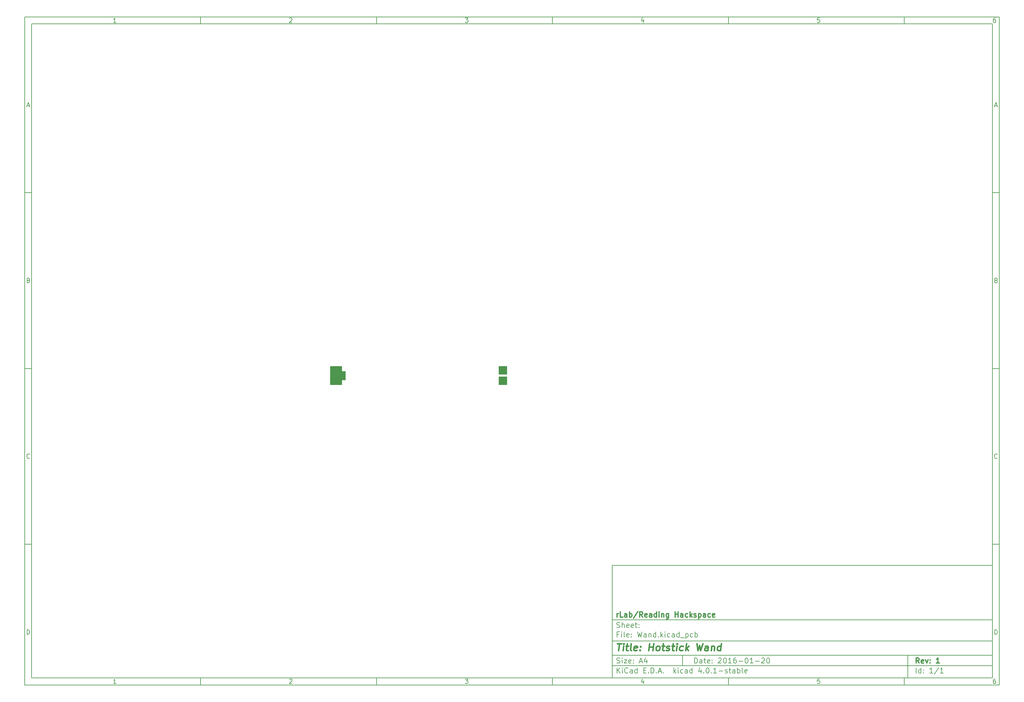
<source format=gbr>
G04 #@! TF.FileFunction,Soldermask,Bot*
%FSLAX46Y46*%
G04 Gerber Fmt 4.6, Leading zero omitted, Abs format (unit mm)*
G04 Created by KiCad (PCBNEW 4.0.1-stable) date 29/01/2016 19:20:18*
%MOMM*%
G01*
G04 APERTURE LIST*
%ADD10C,0.100000*%
%ADD11C,0.150000*%
%ADD12C,0.300000*%
%ADD13C,0.400000*%
%ADD14R,2.400000X2.400000*%
%ADD15R,3.400000X1.600000*%
%ADD16R,4.400000X2.600000*%
G04 APERTURE END LIST*
D10*
D11*
X177002200Y-166007200D02*
X177002200Y-198007200D01*
X285002200Y-198007200D01*
X285002200Y-166007200D01*
X177002200Y-166007200D01*
D10*
D11*
X10000000Y-10000000D02*
X10000000Y-200007200D01*
X287002200Y-200007200D01*
X287002200Y-10000000D01*
X10000000Y-10000000D01*
D10*
D11*
X12000000Y-12000000D02*
X12000000Y-198007200D01*
X285002200Y-198007200D01*
X285002200Y-12000000D01*
X12000000Y-12000000D01*
D10*
D11*
X60000000Y-12000000D02*
X60000000Y-10000000D01*
D10*
D11*
X110000000Y-12000000D02*
X110000000Y-10000000D01*
D10*
D11*
X160000000Y-12000000D02*
X160000000Y-10000000D01*
D10*
D11*
X210000000Y-12000000D02*
X210000000Y-10000000D01*
D10*
D11*
X260000000Y-12000000D02*
X260000000Y-10000000D01*
D10*
D11*
X35990476Y-11588095D02*
X35247619Y-11588095D01*
X35619048Y-11588095D02*
X35619048Y-10288095D01*
X35495238Y-10473810D01*
X35371429Y-10597619D01*
X35247619Y-10659524D01*
D10*
D11*
X85247619Y-10411905D02*
X85309524Y-10350000D01*
X85433333Y-10288095D01*
X85742857Y-10288095D01*
X85866667Y-10350000D01*
X85928571Y-10411905D01*
X85990476Y-10535714D01*
X85990476Y-10659524D01*
X85928571Y-10845238D01*
X85185714Y-11588095D01*
X85990476Y-11588095D01*
D10*
D11*
X135185714Y-10288095D02*
X135990476Y-10288095D01*
X135557143Y-10783333D01*
X135742857Y-10783333D01*
X135866667Y-10845238D01*
X135928571Y-10907143D01*
X135990476Y-11030952D01*
X135990476Y-11340476D01*
X135928571Y-11464286D01*
X135866667Y-11526190D01*
X135742857Y-11588095D01*
X135371429Y-11588095D01*
X135247619Y-11526190D01*
X135185714Y-11464286D01*
D10*
D11*
X185866667Y-10721429D02*
X185866667Y-11588095D01*
X185557143Y-10226190D02*
X185247619Y-11154762D01*
X186052381Y-11154762D01*
D10*
D11*
X235928571Y-10288095D02*
X235309524Y-10288095D01*
X235247619Y-10907143D01*
X235309524Y-10845238D01*
X235433333Y-10783333D01*
X235742857Y-10783333D01*
X235866667Y-10845238D01*
X235928571Y-10907143D01*
X235990476Y-11030952D01*
X235990476Y-11340476D01*
X235928571Y-11464286D01*
X235866667Y-11526190D01*
X235742857Y-11588095D01*
X235433333Y-11588095D01*
X235309524Y-11526190D01*
X235247619Y-11464286D01*
D10*
D11*
X285866667Y-10288095D02*
X285619048Y-10288095D01*
X285495238Y-10350000D01*
X285433333Y-10411905D01*
X285309524Y-10597619D01*
X285247619Y-10845238D01*
X285247619Y-11340476D01*
X285309524Y-11464286D01*
X285371429Y-11526190D01*
X285495238Y-11588095D01*
X285742857Y-11588095D01*
X285866667Y-11526190D01*
X285928571Y-11464286D01*
X285990476Y-11340476D01*
X285990476Y-11030952D01*
X285928571Y-10907143D01*
X285866667Y-10845238D01*
X285742857Y-10783333D01*
X285495238Y-10783333D01*
X285371429Y-10845238D01*
X285309524Y-10907143D01*
X285247619Y-11030952D01*
D10*
D11*
X60000000Y-198007200D02*
X60000000Y-200007200D01*
D10*
D11*
X110000000Y-198007200D02*
X110000000Y-200007200D01*
D10*
D11*
X160000000Y-198007200D02*
X160000000Y-200007200D01*
D10*
D11*
X210000000Y-198007200D02*
X210000000Y-200007200D01*
D10*
D11*
X260000000Y-198007200D02*
X260000000Y-200007200D01*
D10*
D11*
X35990476Y-199595295D02*
X35247619Y-199595295D01*
X35619048Y-199595295D02*
X35619048Y-198295295D01*
X35495238Y-198481010D01*
X35371429Y-198604819D01*
X35247619Y-198666724D01*
D10*
D11*
X85247619Y-198419105D02*
X85309524Y-198357200D01*
X85433333Y-198295295D01*
X85742857Y-198295295D01*
X85866667Y-198357200D01*
X85928571Y-198419105D01*
X85990476Y-198542914D01*
X85990476Y-198666724D01*
X85928571Y-198852438D01*
X85185714Y-199595295D01*
X85990476Y-199595295D01*
D10*
D11*
X135185714Y-198295295D02*
X135990476Y-198295295D01*
X135557143Y-198790533D01*
X135742857Y-198790533D01*
X135866667Y-198852438D01*
X135928571Y-198914343D01*
X135990476Y-199038152D01*
X135990476Y-199347676D01*
X135928571Y-199471486D01*
X135866667Y-199533390D01*
X135742857Y-199595295D01*
X135371429Y-199595295D01*
X135247619Y-199533390D01*
X135185714Y-199471486D01*
D10*
D11*
X185866667Y-198728629D02*
X185866667Y-199595295D01*
X185557143Y-198233390D02*
X185247619Y-199161962D01*
X186052381Y-199161962D01*
D10*
D11*
X235928571Y-198295295D02*
X235309524Y-198295295D01*
X235247619Y-198914343D01*
X235309524Y-198852438D01*
X235433333Y-198790533D01*
X235742857Y-198790533D01*
X235866667Y-198852438D01*
X235928571Y-198914343D01*
X235990476Y-199038152D01*
X235990476Y-199347676D01*
X235928571Y-199471486D01*
X235866667Y-199533390D01*
X235742857Y-199595295D01*
X235433333Y-199595295D01*
X235309524Y-199533390D01*
X235247619Y-199471486D01*
D10*
D11*
X285866667Y-198295295D02*
X285619048Y-198295295D01*
X285495238Y-198357200D01*
X285433333Y-198419105D01*
X285309524Y-198604819D01*
X285247619Y-198852438D01*
X285247619Y-199347676D01*
X285309524Y-199471486D01*
X285371429Y-199533390D01*
X285495238Y-199595295D01*
X285742857Y-199595295D01*
X285866667Y-199533390D01*
X285928571Y-199471486D01*
X285990476Y-199347676D01*
X285990476Y-199038152D01*
X285928571Y-198914343D01*
X285866667Y-198852438D01*
X285742857Y-198790533D01*
X285495238Y-198790533D01*
X285371429Y-198852438D01*
X285309524Y-198914343D01*
X285247619Y-199038152D01*
D10*
D11*
X10000000Y-60000000D02*
X12000000Y-60000000D01*
D10*
D11*
X10000000Y-110000000D02*
X12000000Y-110000000D01*
D10*
D11*
X10000000Y-160000000D02*
X12000000Y-160000000D01*
D10*
D11*
X10690476Y-35216667D02*
X11309524Y-35216667D01*
X10566667Y-35588095D02*
X11000000Y-34288095D01*
X11433333Y-35588095D01*
D10*
D11*
X11092857Y-84907143D02*
X11278571Y-84969048D01*
X11340476Y-85030952D01*
X11402381Y-85154762D01*
X11402381Y-85340476D01*
X11340476Y-85464286D01*
X11278571Y-85526190D01*
X11154762Y-85588095D01*
X10659524Y-85588095D01*
X10659524Y-84288095D01*
X11092857Y-84288095D01*
X11216667Y-84350000D01*
X11278571Y-84411905D01*
X11340476Y-84535714D01*
X11340476Y-84659524D01*
X11278571Y-84783333D01*
X11216667Y-84845238D01*
X11092857Y-84907143D01*
X10659524Y-84907143D01*
D10*
D11*
X11402381Y-135464286D02*
X11340476Y-135526190D01*
X11154762Y-135588095D01*
X11030952Y-135588095D01*
X10845238Y-135526190D01*
X10721429Y-135402381D01*
X10659524Y-135278571D01*
X10597619Y-135030952D01*
X10597619Y-134845238D01*
X10659524Y-134597619D01*
X10721429Y-134473810D01*
X10845238Y-134350000D01*
X11030952Y-134288095D01*
X11154762Y-134288095D01*
X11340476Y-134350000D01*
X11402381Y-134411905D01*
D10*
D11*
X10659524Y-185588095D02*
X10659524Y-184288095D01*
X10969048Y-184288095D01*
X11154762Y-184350000D01*
X11278571Y-184473810D01*
X11340476Y-184597619D01*
X11402381Y-184845238D01*
X11402381Y-185030952D01*
X11340476Y-185278571D01*
X11278571Y-185402381D01*
X11154762Y-185526190D01*
X10969048Y-185588095D01*
X10659524Y-185588095D01*
D10*
D11*
X287002200Y-60000000D02*
X285002200Y-60000000D01*
D10*
D11*
X287002200Y-110000000D02*
X285002200Y-110000000D01*
D10*
D11*
X287002200Y-160000000D02*
X285002200Y-160000000D01*
D10*
D11*
X285692676Y-35216667D02*
X286311724Y-35216667D01*
X285568867Y-35588095D02*
X286002200Y-34288095D01*
X286435533Y-35588095D01*
D10*
D11*
X286095057Y-84907143D02*
X286280771Y-84969048D01*
X286342676Y-85030952D01*
X286404581Y-85154762D01*
X286404581Y-85340476D01*
X286342676Y-85464286D01*
X286280771Y-85526190D01*
X286156962Y-85588095D01*
X285661724Y-85588095D01*
X285661724Y-84288095D01*
X286095057Y-84288095D01*
X286218867Y-84350000D01*
X286280771Y-84411905D01*
X286342676Y-84535714D01*
X286342676Y-84659524D01*
X286280771Y-84783333D01*
X286218867Y-84845238D01*
X286095057Y-84907143D01*
X285661724Y-84907143D01*
D10*
D11*
X286404581Y-135464286D02*
X286342676Y-135526190D01*
X286156962Y-135588095D01*
X286033152Y-135588095D01*
X285847438Y-135526190D01*
X285723629Y-135402381D01*
X285661724Y-135278571D01*
X285599819Y-135030952D01*
X285599819Y-134845238D01*
X285661724Y-134597619D01*
X285723629Y-134473810D01*
X285847438Y-134350000D01*
X286033152Y-134288095D01*
X286156962Y-134288095D01*
X286342676Y-134350000D01*
X286404581Y-134411905D01*
D10*
D11*
X285661724Y-185588095D02*
X285661724Y-184288095D01*
X285971248Y-184288095D01*
X286156962Y-184350000D01*
X286280771Y-184473810D01*
X286342676Y-184597619D01*
X286404581Y-184845238D01*
X286404581Y-185030952D01*
X286342676Y-185278571D01*
X286280771Y-185402381D01*
X286156962Y-185526190D01*
X285971248Y-185588095D01*
X285661724Y-185588095D01*
D10*
D11*
X200359343Y-193785771D02*
X200359343Y-192285771D01*
X200716486Y-192285771D01*
X200930771Y-192357200D01*
X201073629Y-192500057D01*
X201145057Y-192642914D01*
X201216486Y-192928629D01*
X201216486Y-193142914D01*
X201145057Y-193428629D01*
X201073629Y-193571486D01*
X200930771Y-193714343D01*
X200716486Y-193785771D01*
X200359343Y-193785771D01*
X202502200Y-193785771D02*
X202502200Y-193000057D01*
X202430771Y-192857200D01*
X202287914Y-192785771D01*
X202002200Y-192785771D01*
X201859343Y-192857200D01*
X202502200Y-193714343D02*
X202359343Y-193785771D01*
X202002200Y-193785771D01*
X201859343Y-193714343D01*
X201787914Y-193571486D01*
X201787914Y-193428629D01*
X201859343Y-193285771D01*
X202002200Y-193214343D01*
X202359343Y-193214343D01*
X202502200Y-193142914D01*
X203002200Y-192785771D02*
X203573629Y-192785771D01*
X203216486Y-192285771D02*
X203216486Y-193571486D01*
X203287914Y-193714343D01*
X203430772Y-193785771D01*
X203573629Y-193785771D01*
X204645057Y-193714343D02*
X204502200Y-193785771D01*
X204216486Y-193785771D01*
X204073629Y-193714343D01*
X204002200Y-193571486D01*
X204002200Y-193000057D01*
X204073629Y-192857200D01*
X204216486Y-192785771D01*
X204502200Y-192785771D01*
X204645057Y-192857200D01*
X204716486Y-193000057D01*
X204716486Y-193142914D01*
X204002200Y-193285771D01*
X205359343Y-193642914D02*
X205430771Y-193714343D01*
X205359343Y-193785771D01*
X205287914Y-193714343D01*
X205359343Y-193642914D01*
X205359343Y-193785771D01*
X205359343Y-192857200D02*
X205430771Y-192928629D01*
X205359343Y-193000057D01*
X205287914Y-192928629D01*
X205359343Y-192857200D01*
X205359343Y-193000057D01*
X207145057Y-192428629D02*
X207216486Y-192357200D01*
X207359343Y-192285771D01*
X207716486Y-192285771D01*
X207859343Y-192357200D01*
X207930772Y-192428629D01*
X208002200Y-192571486D01*
X208002200Y-192714343D01*
X207930772Y-192928629D01*
X207073629Y-193785771D01*
X208002200Y-193785771D01*
X208930771Y-192285771D02*
X209073628Y-192285771D01*
X209216485Y-192357200D01*
X209287914Y-192428629D01*
X209359343Y-192571486D01*
X209430771Y-192857200D01*
X209430771Y-193214343D01*
X209359343Y-193500057D01*
X209287914Y-193642914D01*
X209216485Y-193714343D01*
X209073628Y-193785771D01*
X208930771Y-193785771D01*
X208787914Y-193714343D01*
X208716485Y-193642914D01*
X208645057Y-193500057D01*
X208573628Y-193214343D01*
X208573628Y-192857200D01*
X208645057Y-192571486D01*
X208716485Y-192428629D01*
X208787914Y-192357200D01*
X208930771Y-192285771D01*
X210859342Y-193785771D02*
X210002199Y-193785771D01*
X210430771Y-193785771D02*
X210430771Y-192285771D01*
X210287914Y-192500057D01*
X210145056Y-192642914D01*
X210002199Y-192714343D01*
X212145056Y-192285771D02*
X211859342Y-192285771D01*
X211716485Y-192357200D01*
X211645056Y-192428629D01*
X211502199Y-192642914D01*
X211430770Y-192928629D01*
X211430770Y-193500057D01*
X211502199Y-193642914D01*
X211573627Y-193714343D01*
X211716485Y-193785771D01*
X212002199Y-193785771D01*
X212145056Y-193714343D01*
X212216485Y-193642914D01*
X212287913Y-193500057D01*
X212287913Y-193142914D01*
X212216485Y-193000057D01*
X212145056Y-192928629D01*
X212002199Y-192857200D01*
X211716485Y-192857200D01*
X211573627Y-192928629D01*
X211502199Y-193000057D01*
X211430770Y-193142914D01*
X212930770Y-193214343D02*
X214073627Y-193214343D01*
X215073627Y-192285771D02*
X215216484Y-192285771D01*
X215359341Y-192357200D01*
X215430770Y-192428629D01*
X215502199Y-192571486D01*
X215573627Y-192857200D01*
X215573627Y-193214343D01*
X215502199Y-193500057D01*
X215430770Y-193642914D01*
X215359341Y-193714343D01*
X215216484Y-193785771D01*
X215073627Y-193785771D01*
X214930770Y-193714343D01*
X214859341Y-193642914D01*
X214787913Y-193500057D01*
X214716484Y-193214343D01*
X214716484Y-192857200D01*
X214787913Y-192571486D01*
X214859341Y-192428629D01*
X214930770Y-192357200D01*
X215073627Y-192285771D01*
X217002198Y-193785771D02*
X216145055Y-193785771D01*
X216573627Y-193785771D02*
X216573627Y-192285771D01*
X216430770Y-192500057D01*
X216287912Y-192642914D01*
X216145055Y-192714343D01*
X217645055Y-193214343D02*
X218787912Y-193214343D01*
X219430769Y-192428629D02*
X219502198Y-192357200D01*
X219645055Y-192285771D01*
X220002198Y-192285771D01*
X220145055Y-192357200D01*
X220216484Y-192428629D01*
X220287912Y-192571486D01*
X220287912Y-192714343D01*
X220216484Y-192928629D01*
X219359341Y-193785771D01*
X220287912Y-193785771D01*
X221216483Y-192285771D02*
X221359340Y-192285771D01*
X221502197Y-192357200D01*
X221573626Y-192428629D01*
X221645055Y-192571486D01*
X221716483Y-192857200D01*
X221716483Y-193214343D01*
X221645055Y-193500057D01*
X221573626Y-193642914D01*
X221502197Y-193714343D01*
X221359340Y-193785771D01*
X221216483Y-193785771D01*
X221073626Y-193714343D01*
X221002197Y-193642914D01*
X220930769Y-193500057D01*
X220859340Y-193214343D01*
X220859340Y-192857200D01*
X220930769Y-192571486D01*
X221002197Y-192428629D01*
X221073626Y-192357200D01*
X221216483Y-192285771D01*
D10*
D11*
X177002200Y-194507200D02*
X285002200Y-194507200D01*
D10*
D11*
X178359343Y-196585771D02*
X178359343Y-195085771D01*
X179216486Y-196585771D02*
X178573629Y-195728629D01*
X179216486Y-195085771D02*
X178359343Y-195942914D01*
X179859343Y-196585771D02*
X179859343Y-195585771D01*
X179859343Y-195085771D02*
X179787914Y-195157200D01*
X179859343Y-195228629D01*
X179930771Y-195157200D01*
X179859343Y-195085771D01*
X179859343Y-195228629D01*
X181430772Y-196442914D02*
X181359343Y-196514343D01*
X181145057Y-196585771D01*
X181002200Y-196585771D01*
X180787915Y-196514343D01*
X180645057Y-196371486D01*
X180573629Y-196228629D01*
X180502200Y-195942914D01*
X180502200Y-195728629D01*
X180573629Y-195442914D01*
X180645057Y-195300057D01*
X180787915Y-195157200D01*
X181002200Y-195085771D01*
X181145057Y-195085771D01*
X181359343Y-195157200D01*
X181430772Y-195228629D01*
X182716486Y-196585771D02*
X182716486Y-195800057D01*
X182645057Y-195657200D01*
X182502200Y-195585771D01*
X182216486Y-195585771D01*
X182073629Y-195657200D01*
X182716486Y-196514343D02*
X182573629Y-196585771D01*
X182216486Y-196585771D01*
X182073629Y-196514343D01*
X182002200Y-196371486D01*
X182002200Y-196228629D01*
X182073629Y-196085771D01*
X182216486Y-196014343D01*
X182573629Y-196014343D01*
X182716486Y-195942914D01*
X184073629Y-196585771D02*
X184073629Y-195085771D01*
X184073629Y-196514343D02*
X183930772Y-196585771D01*
X183645058Y-196585771D01*
X183502200Y-196514343D01*
X183430772Y-196442914D01*
X183359343Y-196300057D01*
X183359343Y-195871486D01*
X183430772Y-195728629D01*
X183502200Y-195657200D01*
X183645058Y-195585771D01*
X183930772Y-195585771D01*
X184073629Y-195657200D01*
X185930772Y-195800057D02*
X186430772Y-195800057D01*
X186645058Y-196585771D02*
X185930772Y-196585771D01*
X185930772Y-195085771D01*
X186645058Y-195085771D01*
X187287915Y-196442914D02*
X187359343Y-196514343D01*
X187287915Y-196585771D01*
X187216486Y-196514343D01*
X187287915Y-196442914D01*
X187287915Y-196585771D01*
X188002201Y-196585771D02*
X188002201Y-195085771D01*
X188359344Y-195085771D01*
X188573629Y-195157200D01*
X188716487Y-195300057D01*
X188787915Y-195442914D01*
X188859344Y-195728629D01*
X188859344Y-195942914D01*
X188787915Y-196228629D01*
X188716487Y-196371486D01*
X188573629Y-196514343D01*
X188359344Y-196585771D01*
X188002201Y-196585771D01*
X189502201Y-196442914D02*
X189573629Y-196514343D01*
X189502201Y-196585771D01*
X189430772Y-196514343D01*
X189502201Y-196442914D01*
X189502201Y-196585771D01*
X190145058Y-196157200D02*
X190859344Y-196157200D01*
X190002201Y-196585771D02*
X190502201Y-195085771D01*
X191002201Y-196585771D01*
X191502201Y-196442914D02*
X191573629Y-196514343D01*
X191502201Y-196585771D01*
X191430772Y-196514343D01*
X191502201Y-196442914D01*
X191502201Y-196585771D01*
X194502201Y-196585771D02*
X194502201Y-195085771D01*
X194645058Y-196014343D02*
X195073629Y-196585771D01*
X195073629Y-195585771D02*
X194502201Y-196157200D01*
X195716487Y-196585771D02*
X195716487Y-195585771D01*
X195716487Y-195085771D02*
X195645058Y-195157200D01*
X195716487Y-195228629D01*
X195787915Y-195157200D01*
X195716487Y-195085771D01*
X195716487Y-195228629D01*
X197073630Y-196514343D02*
X196930773Y-196585771D01*
X196645059Y-196585771D01*
X196502201Y-196514343D01*
X196430773Y-196442914D01*
X196359344Y-196300057D01*
X196359344Y-195871486D01*
X196430773Y-195728629D01*
X196502201Y-195657200D01*
X196645059Y-195585771D01*
X196930773Y-195585771D01*
X197073630Y-195657200D01*
X198359344Y-196585771D02*
X198359344Y-195800057D01*
X198287915Y-195657200D01*
X198145058Y-195585771D01*
X197859344Y-195585771D01*
X197716487Y-195657200D01*
X198359344Y-196514343D02*
X198216487Y-196585771D01*
X197859344Y-196585771D01*
X197716487Y-196514343D01*
X197645058Y-196371486D01*
X197645058Y-196228629D01*
X197716487Y-196085771D01*
X197859344Y-196014343D01*
X198216487Y-196014343D01*
X198359344Y-195942914D01*
X199716487Y-196585771D02*
X199716487Y-195085771D01*
X199716487Y-196514343D02*
X199573630Y-196585771D01*
X199287916Y-196585771D01*
X199145058Y-196514343D01*
X199073630Y-196442914D01*
X199002201Y-196300057D01*
X199002201Y-195871486D01*
X199073630Y-195728629D01*
X199145058Y-195657200D01*
X199287916Y-195585771D01*
X199573630Y-195585771D01*
X199716487Y-195657200D01*
X202216487Y-195585771D02*
X202216487Y-196585771D01*
X201859344Y-195014343D02*
X201502201Y-196085771D01*
X202430773Y-196085771D01*
X203002201Y-196442914D02*
X203073629Y-196514343D01*
X203002201Y-196585771D01*
X202930772Y-196514343D01*
X203002201Y-196442914D01*
X203002201Y-196585771D01*
X204002201Y-195085771D02*
X204145058Y-195085771D01*
X204287915Y-195157200D01*
X204359344Y-195228629D01*
X204430773Y-195371486D01*
X204502201Y-195657200D01*
X204502201Y-196014343D01*
X204430773Y-196300057D01*
X204359344Y-196442914D01*
X204287915Y-196514343D01*
X204145058Y-196585771D01*
X204002201Y-196585771D01*
X203859344Y-196514343D01*
X203787915Y-196442914D01*
X203716487Y-196300057D01*
X203645058Y-196014343D01*
X203645058Y-195657200D01*
X203716487Y-195371486D01*
X203787915Y-195228629D01*
X203859344Y-195157200D01*
X204002201Y-195085771D01*
X205145058Y-196442914D02*
X205216486Y-196514343D01*
X205145058Y-196585771D01*
X205073629Y-196514343D01*
X205145058Y-196442914D01*
X205145058Y-196585771D01*
X206645058Y-196585771D02*
X205787915Y-196585771D01*
X206216487Y-196585771D02*
X206216487Y-195085771D01*
X206073630Y-195300057D01*
X205930772Y-195442914D01*
X205787915Y-195514343D01*
X207287915Y-196014343D02*
X208430772Y-196014343D01*
X209073629Y-196514343D02*
X209216486Y-196585771D01*
X209502201Y-196585771D01*
X209645058Y-196514343D01*
X209716486Y-196371486D01*
X209716486Y-196300057D01*
X209645058Y-196157200D01*
X209502201Y-196085771D01*
X209287915Y-196085771D01*
X209145058Y-196014343D01*
X209073629Y-195871486D01*
X209073629Y-195800057D01*
X209145058Y-195657200D01*
X209287915Y-195585771D01*
X209502201Y-195585771D01*
X209645058Y-195657200D01*
X210145058Y-195585771D02*
X210716487Y-195585771D01*
X210359344Y-195085771D02*
X210359344Y-196371486D01*
X210430772Y-196514343D01*
X210573630Y-196585771D01*
X210716487Y-196585771D01*
X211859344Y-196585771D02*
X211859344Y-195800057D01*
X211787915Y-195657200D01*
X211645058Y-195585771D01*
X211359344Y-195585771D01*
X211216487Y-195657200D01*
X211859344Y-196514343D02*
X211716487Y-196585771D01*
X211359344Y-196585771D01*
X211216487Y-196514343D01*
X211145058Y-196371486D01*
X211145058Y-196228629D01*
X211216487Y-196085771D01*
X211359344Y-196014343D01*
X211716487Y-196014343D01*
X211859344Y-195942914D01*
X212573630Y-196585771D02*
X212573630Y-195085771D01*
X212573630Y-195657200D02*
X212716487Y-195585771D01*
X213002201Y-195585771D01*
X213145058Y-195657200D01*
X213216487Y-195728629D01*
X213287916Y-195871486D01*
X213287916Y-196300057D01*
X213216487Y-196442914D01*
X213145058Y-196514343D01*
X213002201Y-196585771D01*
X212716487Y-196585771D01*
X212573630Y-196514343D01*
X214145059Y-196585771D02*
X214002201Y-196514343D01*
X213930773Y-196371486D01*
X213930773Y-195085771D01*
X215287915Y-196514343D02*
X215145058Y-196585771D01*
X214859344Y-196585771D01*
X214716487Y-196514343D01*
X214645058Y-196371486D01*
X214645058Y-195800057D01*
X214716487Y-195657200D01*
X214859344Y-195585771D01*
X215145058Y-195585771D01*
X215287915Y-195657200D01*
X215359344Y-195800057D01*
X215359344Y-195942914D01*
X214645058Y-196085771D01*
D10*
D11*
X177002200Y-191507200D02*
X285002200Y-191507200D01*
D10*
D12*
X264216486Y-193785771D02*
X263716486Y-193071486D01*
X263359343Y-193785771D02*
X263359343Y-192285771D01*
X263930771Y-192285771D01*
X264073629Y-192357200D01*
X264145057Y-192428629D01*
X264216486Y-192571486D01*
X264216486Y-192785771D01*
X264145057Y-192928629D01*
X264073629Y-193000057D01*
X263930771Y-193071486D01*
X263359343Y-193071486D01*
X265430771Y-193714343D02*
X265287914Y-193785771D01*
X265002200Y-193785771D01*
X264859343Y-193714343D01*
X264787914Y-193571486D01*
X264787914Y-193000057D01*
X264859343Y-192857200D01*
X265002200Y-192785771D01*
X265287914Y-192785771D01*
X265430771Y-192857200D01*
X265502200Y-193000057D01*
X265502200Y-193142914D01*
X264787914Y-193285771D01*
X266002200Y-192785771D02*
X266359343Y-193785771D01*
X266716485Y-192785771D01*
X267287914Y-193642914D02*
X267359342Y-193714343D01*
X267287914Y-193785771D01*
X267216485Y-193714343D01*
X267287914Y-193642914D01*
X267287914Y-193785771D01*
X267287914Y-192857200D02*
X267359342Y-192928629D01*
X267287914Y-193000057D01*
X267216485Y-192928629D01*
X267287914Y-192857200D01*
X267287914Y-193000057D01*
X269930771Y-193785771D02*
X269073628Y-193785771D01*
X269502200Y-193785771D02*
X269502200Y-192285771D01*
X269359343Y-192500057D01*
X269216485Y-192642914D01*
X269073628Y-192714343D01*
D10*
D11*
X178287914Y-193714343D02*
X178502200Y-193785771D01*
X178859343Y-193785771D01*
X179002200Y-193714343D01*
X179073629Y-193642914D01*
X179145057Y-193500057D01*
X179145057Y-193357200D01*
X179073629Y-193214343D01*
X179002200Y-193142914D01*
X178859343Y-193071486D01*
X178573629Y-193000057D01*
X178430771Y-192928629D01*
X178359343Y-192857200D01*
X178287914Y-192714343D01*
X178287914Y-192571486D01*
X178359343Y-192428629D01*
X178430771Y-192357200D01*
X178573629Y-192285771D01*
X178930771Y-192285771D01*
X179145057Y-192357200D01*
X179787914Y-193785771D02*
X179787914Y-192785771D01*
X179787914Y-192285771D02*
X179716485Y-192357200D01*
X179787914Y-192428629D01*
X179859342Y-192357200D01*
X179787914Y-192285771D01*
X179787914Y-192428629D01*
X180359343Y-192785771D02*
X181145057Y-192785771D01*
X180359343Y-193785771D01*
X181145057Y-193785771D01*
X182287914Y-193714343D02*
X182145057Y-193785771D01*
X181859343Y-193785771D01*
X181716486Y-193714343D01*
X181645057Y-193571486D01*
X181645057Y-193000057D01*
X181716486Y-192857200D01*
X181859343Y-192785771D01*
X182145057Y-192785771D01*
X182287914Y-192857200D01*
X182359343Y-193000057D01*
X182359343Y-193142914D01*
X181645057Y-193285771D01*
X183002200Y-193642914D02*
X183073628Y-193714343D01*
X183002200Y-193785771D01*
X182930771Y-193714343D01*
X183002200Y-193642914D01*
X183002200Y-193785771D01*
X183002200Y-192857200D02*
X183073628Y-192928629D01*
X183002200Y-193000057D01*
X182930771Y-192928629D01*
X183002200Y-192857200D01*
X183002200Y-193000057D01*
X184787914Y-193357200D02*
X185502200Y-193357200D01*
X184645057Y-193785771D02*
X185145057Y-192285771D01*
X185645057Y-193785771D01*
X186787914Y-192785771D02*
X186787914Y-193785771D01*
X186430771Y-192214343D02*
X186073628Y-193285771D01*
X187002200Y-193285771D01*
D10*
D11*
X263359343Y-196585771D02*
X263359343Y-195085771D01*
X264716486Y-196585771D02*
X264716486Y-195085771D01*
X264716486Y-196514343D02*
X264573629Y-196585771D01*
X264287915Y-196585771D01*
X264145057Y-196514343D01*
X264073629Y-196442914D01*
X264002200Y-196300057D01*
X264002200Y-195871486D01*
X264073629Y-195728629D01*
X264145057Y-195657200D01*
X264287915Y-195585771D01*
X264573629Y-195585771D01*
X264716486Y-195657200D01*
X265430772Y-196442914D02*
X265502200Y-196514343D01*
X265430772Y-196585771D01*
X265359343Y-196514343D01*
X265430772Y-196442914D01*
X265430772Y-196585771D01*
X265430772Y-195657200D02*
X265502200Y-195728629D01*
X265430772Y-195800057D01*
X265359343Y-195728629D01*
X265430772Y-195657200D01*
X265430772Y-195800057D01*
X268073629Y-196585771D02*
X267216486Y-196585771D01*
X267645058Y-196585771D02*
X267645058Y-195085771D01*
X267502201Y-195300057D01*
X267359343Y-195442914D01*
X267216486Y-195514343D01*
X269787914Y-195014343D02*
X268502200Y-196942914D01*
X271073629Y-196585771D02*
X270216486Y-196585771D01*
X270645058Y-196585771D02*
X270645058Y-195085771D01*
X270502201Y-195300057D01*
X270359343Y-195442914D01*
X270216486Y-195514343D01*
D10*
D11*
X177002200Y-187507200D02*
X285002200Y-187507200D01*
D10*
D13*
X178454581Y-188211962D02*
X179597438Y-188211962D01*
X178776010Y-190211962D02*
X179026010Y-188211962D01*
X180014105Y-190211962D02*
X180180771Y-188878629D01*
X180264105Y-188211962D02*
X180156962Y-188307200D01*
X180240295Y-188402438D01*
X180347439Y-188307200D01*
X180264105Y-188211962D01*
X180240295Y-188402438D01*
X180847438Y-188878629D02*
X181609343Y-188878629D01*
X181216486Y-188211962D02*
X181002200Y-189926248D01*
X181073630Y-190116724D01*
X181252201Y-190211962D01*
X181442677Y-190211962D01*
X182395058Y-190211962D02*
X182216487Y-190116724D01*
X182145057Y-189926248D01*
X182359343Y-188211962D01*
X183930772Y-190116724D02*
X183728391Y-190211962D01*
X183347439Y-190211962D01*
X183168867Y-190116724D01*
X183097438Y-189926248D01*
X183192676Y-189164343D01*
X183311724Y-188973867D01*
X183514105Y-188878629D01*
X183895057Y-188878629D01*
X184073629Y-188973867D01*
X184145057Y-189164343D01*
X184121248Y-189354819D01*
X183145057Y-189545295D01*
X184895057Y-190021486D02*
X184978392Y-190116724D01*
X184871248Y-190211962D01*
X184787915Y-190116724D01*
X184895057Y-190021486D01*
X184871248Y-190211962D01*
X185026010Y-188973867D02*
X185109344Y-189069105D01*
X185002200Y-189164343D01*
X184918867Y-189069105D01*
X185026010Y-188973867D01*
X185002200Y-189164343D01*
X187347439Y-190211962D02*
X187597439Y-188211962D01*
X187478391Y-189164343D02*
X188621249Y-189164343D01*
X188490297Y-190211962D02*
X188740297Y-188211962D01*
X189728392Y-190211962D02*
X189549821Y-190116724D01*
X189466486Y-190021486D01*
X189395058Y-189831010D01*
X189466486Y-189259581D01*
X189585534Y-189069105D01*
X189692678Y-188973867D01*
X189895058Y-188878629D01*
X190180772Y-188878629D01*
X190359344Y-188973867D01*
X190442677Y-189069105D01*
X190514105Y-189259581D01*
X190442677Y-189831010D01*
X190323629Y-190021486D01*
X190216487Y-190116724D01*
X190014106Y-190211962D01*
X189728392Y-190211962D01*
X191133153Y-188878629D02*
X191895058Y-188878629D01*
X191502201Y-188211962D02*
X191287915Y-189926248D01*
X191359345Y-190116724D01*
X191537916Y-190211962D01*
X191728392Y-190211962D01*
X192311725Y-190116724D02*
X192490297Y-190211962D01*
X192871249Y-190211962D01*
X193073630Y-190116724D01*
X193192677Y-189926248D01*
X193204582Y-189831010D01*
X193133153Y-189640533D01*
X192954582Y-189545295D01*
X192668868Y-189545295D01*
X192490296Y-189450057D01*
X192418867Y-189259581D01*
X192430772Y-189164343D01*
X192549820Y-188973867D01*
X192752201Y-188878629D01*
X193037915Y-188878629D01*
X193216487Y-188973867D01*
X193895058Y-188878629D02*
X194656963Y-188878629D01*
X194264106Y-188211962D02*
X194049820Y-189926248D01*
X194121250Y-190116724D01*
X194299821Y-190211962D01*
X194490297Y-190211962D01*
X195156963Y-190211962D02*
X195323629Y-188878629D01*
X195406963Y-188211962D02*
X195299820Y-188307200D01*
X195383153Y-188402438D01*
X195490297Y-188307200D01*
X195406963Y-188211962D01*
X195383153Y-188402438D01*
X196978392Y-190116724D02*
X196776011Y-190211962D01*
X196395059Y-190211962D01*
X196216488Y-190116724D01*
X196133153Y-190021486D01*
X196061725Y-189831010D01*
X196133153Y-189259581D01*
X196252201Y-189069105D01*
X196359345Y-188973867D01*
X196561725Y-188878629D01*
X196942677Y-188878629D01*
X197121249Y-188973867D01*
X197823630Y-190211962D02*
X198073630Y-188211962D01*
X198109345Y-189450057D02*
X198585535Y-190211962D01*
X198752201Y-188878629D02*
X197895058Y-189640533D01*
X201026012Y-188211962D02*
X201252203Y-190211962D01*
X201811726Y-188783390D01*
X202014108Y-190211962D01*
X202740298Y-188211962D01*
X204109345Y-190211962D02*
X204240297Y-189164343D01*
X204168869Y-188973867D01*
X203990297Y-188878629D01*
X203609345Y-188878629D01*
X203406964Y-188973867D01*
X204121250Y-190116724D02*
X203918869Y-190211962D01*
X203442679Y-190211962D01*
X203264107Y-190116724D01*
X203192678Y-189926248D01*
X203216488Y-189735771D01*
X203335535Y-189545295D01*
X203537917Y-189450057D01*
X204014107Y-189450057D01*
X204216488Y-189354819D01*
X205228392Y-188878629D02*
X205061726Y-190211962D01*
X205204583Y-189069105D02*
X205311727Y-188973867D01*
X205514107Y-188878629D01*
X205799821Y-188878629D01*
X205978393Y-188973867D01*
X206049821Y-189164343D01*
X205918869Y-190211962D01*
X207728393Y-190211962D02*
X207978393Y-188211962D01*
X207740298Y-190116724D02*
X207537917Y-190211962D01*
X207156965Y-190211962D01*
X206978394Y-190116724D01*
X206895059Y-190021486D01*
X206823631Y-189831010D01*
X206895059Y-189259581D01*
X207014107Y-189069105D01*
X207121251Y-188973867D01*
X207323631Y-188878629D01*
X207704583Y-188878629D01*
X207883155Y-188973867D01*
D10*
D11*
X178859343Y-185600057D02*
X178359343Y-185600057D01*
X178359343Y-186385771D02*
X178359343Y-184885771D01*
X179073629Y-184885771D01*
X179645057Y-186385771D02*
X179645057Y-185385771D01*
X179645057Y-184885771D02*
X179573628Y-184957200D01*
X179645057Y-185028629D01*
X179716485Y-184957200D01*
X179645057Y-184885771D01*
X179645057Y-185028629D01*
X180573629Y-186385771D02*
X180430771Y-186314343D01*
X180359343Y-186171486D01*
X180359343Y-184885771D01*
X181716485Y-186314343D02*
X181573628Y-186385771D01*
X181287914Y-186385771D01*
X181145057Y-186314343D01*
X181073628Y-186171486D01*
X181073628Y-185600057D01*
X181145057Y-185457200D01*
X181287914Y-185385771D01*
X181573628Y-185385771D01*
X181716485Y-185457200D01*
X181787914Y-185600057D01*
X181787914Y-185742914D01*
X181073628Y-185885771D01*
X182430771Y-186242914D02*
X182502199Y-186314343D01*
X182430771Y-186385771D01*
X182359342Y-186314343D01*
X182430771Y-186242914D01*
X182430771Y-186385771D01*
X182430771Y-185457200D02*
X182502199Y-185528629D01*
X182430771Y-185600057D01*
X182359342Y-185528629D01*
X182430771Y-185457200D01*
X182430771Y-185600057D01*
X184145057Y-184885771D02*
X184502200Y-186385771D01*
X184787914Y-185314343D01*
X185073628Y-186385771D01*
X185430771Y-184885771D01*
X186645057Y-186385771D02*
X186645057Y-185600057D01*
X186573628Y-185457200D01*
X186430771Y-185385771D01*
X186145057Y-185385771D01*
X186002200Y-185457200D01*
X186645057Y-186314343D02*
X186502200Y-186385771D01*
X186145057Y-186385771D01*
X186002200Y-186314343D01*
X185930771Y-186171486D01*
X185930771Y-186028629D01*
X186002200Y-185885771D01*
X186145057Y-185814343D01*
X186502200Y-185814343D01*
X186645057Y-185742914D01*
X187359343Y-185385771D02*
X187359343Y-186385771D01*
X187359343Y-185528629D02*
X187430771Y-185457200D01*
X187573629Y-185385771D01*
X187787914Y-185385771D01*
X187930771Y-185457200D01*
X188002200Y-185600057D01*
X188002200Y-186385771D01*
X189359343Y-186385771D02*
X189359343Y-184885771D01*
X189359343Y-186314343D02*
X189216486Y-186385771D01*
X188930772Y-186385771D01*
X188787914Y-186314343D01*
X188716486Y-186242914D01*
X188645057Y-186100057D01*
X188645057Y-185671486D01*
X188716486Y-185528629D01*
X188787914Y-185457200D01*
X188930772Y-185385771D01*
X189216486Y-185385771D01*
X189359343Y-185457200D01*
X190073629Y-186242914D02*
X190145057Y-186314343D01*
X190073629Y-186385771D01*
X190002200Y-186314343D01*
X190073629Y-186242914D01*
X190073629Y-186385771D01*
X190787915Y-186385771D02*
X190787915Y-184885771D01*
X190930772Y-185814343D02*
X191359343Y-186385771D01*
X191359343Y-185385771D02*
X190787915Y-185957200D01*
X192002201Y-186385771D02*
X192002201Y-185385771D01*
X192002201Y-184885771D02*
X191930772Y-184957200D01*
X192002201Y-185028629D01*
X192073629Y-184957200D01*
X192002201Y-184885771D01*
X192002201Y-185028629D01*
X193359344Y-186314343D02*
X193216487Y-186385771D01*
X192930773Y-186385771D01*
X192787915Y-186314343D01*
X192716487Y-186242914D01*
X192645058Y-186100057D01*
X192645058Y-185671486D01*
X192716487Y-185528629D01*
X192787915Y-185457200D01*
X192930773Y-185385771D01*
X193216487Y-185385771D01*
X193359344Y-185457200D01*
X194645058Y-186385771D02*
X194645058Y-185600057D01*
X194573629Y-185457200D01*
X194430772Y-185385771D01*
X194145058Y-185385771D01*
X194002201Y-185457200D01*
X194645058Y-186314343D02*
X194502201Y-186385771D01*
X194145058Y-186385771D01*
X194002201Y-186314343D01*
X193930772Y-186171486D01*
X193930772Y-186028629D01*
X194002201Y-185885771D01*
X194145058Y-185814343D01*
X194502201Y-185814343D01*
X194645058Y-185742914D01*
X196002201Y-186385771D02*
X196002201Y-184885771D01*
X196002201Y-186314343D02*
X195859344Y-186385771D01*
X195573630Y-186385771D01*
X195430772Y-186314343D01*
X195359344Y-186242914D01*
X195287915Y-186100057D01*
X195287915Y-185671486D01*
X195359344Y-185528629D01*
X195430772Y-185457200D01*
X195573630Y-185385771D01*
X195859344Y-185385771D01*
X196002201Y-185457200D01*
X196359344Y-186528629D02*
X197502201Y-186528629D01*
X197859344Y-185385771D02*
X197859344Y-186885771D01*
X197859344Y-185457200D02*
X198002201Y-185385771D01*
X198287915Y-185385771D01*
X198430772Y-185457200D01*
X198502201Y-185528629D01*
X198573630Y-185671486D01*
X198573630Y-186100057D01*
X198502201Y-186242914D01*
X198430772Y-186314343D01*
X198287915Y-186385771D01*
X198002201Y-186385771D01*
X197859344Y-186314343D01*
X199859344Y-186314343D02*
X199716487Y-186385771D01*
X199430773Y-186385771D01*
X199287915Y-186314343D01*
X199216487Y-186242914D01*
X199145058Y-186100057D01*
X199145058Y-185671486D01*
X199216487Y-185528629D01*
X199287915Y-185457200D01*
X199430773Y-185385771D01*
X199716487Y-185385771D01*
X199859344Y-185457200D01*
X200502201Y-186385771D02*
X200502201Y-184885771D01*
X200502201Y-185457200D02*
X200645058Y-185385771D01*
X200930772Y-185385771D01*
X201073629Y-185457200D01*
X201145058Y-185528629D01*
X201216487Y-185671486D01*
X201216487Y-186100057D01*
X201145058Y-186242914D01*
X201073629Y-186314343D01*
X200930772Y-186385771D01*
X200645058Y-186385771D01*
X200502201Y-186314343D01*
D10*
D11*
X177002200Y-181507200D02*
X285002200Y-181507200D01*
D10*
D11*
X178287914Y-183614343D02*
X178502200Y-183685771D01*
X178859343Y-183685771D01*
X179002200Y-183614343D01*
X179073629Y-183542914D01*
X179145057Y-183400057D01*
X179145057Y-183257200D01*
X179073629Y-183114343D01*
X179002200Y-183042914D01*
X178859343Y-182971486D01*
X178573629Y-182900057D01*
X178430771Y-182828629D01*
X178359343Y-182757200D01*
X178287914Y-182614343D01*
X178287914Y-182471486D01*
X178359343Y-182328629D01*
X178430771Y-182257200D01*
X178573629Y-182185771D01*
X178930771Y-182185771D01*
X179145057Y-182257200D01*
X179787914Y-183685771D02*
X179787914Y-182185771D01*
X180430771Y-183685771D02*
X180430771Y-182900057D01*
X180359342Y-182757200D01*
X180216485Y-182685771D01*
X180002200Y-182685771D01*
X179859342Y-182757200D01*
X179787914Y-182828629D01*
X181716485Y-183614343D02*
X181573628Y-183685771D01*
X181287914Y-183685771D01*
X181145057Y-183614343D01*
X181073628Y-183471486D01*
X181073628Y-182900057D01*
X181145057Y-182757200D01*
X181287914Y-182685771D01*
X181573628Y-182685771D01*
X181716485Y-182757200D01*
X181787914Y-182900057D01*
X181787914Y-183042914D01*
X181073628Y-183185771D01*
X183002199Y-183614343D02*
X182859342Y-183685771D01*
X182573628Y-183685771D01*
X182430771Y-183614343D01*
X182359342Y-183471486D01*
X182359342Y-182900057D01*
X182430771Y-182757200D01*
X182573628Y-182685771D01*
X182859342Y-182685771D01*
X183002199Y-182757200D01*
X183073628Y-182900057D01*
X183073628Y-183042914D01*
X182359342Y-183185771D01*
X183502199Y-182685771D02*
X184073628Y-182685771D01*
X183716485Y-182185771D02*
X183716485Y-183471486D01*
X183787913Y-183614343D01*
X183930771Y-183685771D01*
X184073628Y-183685771D01*
X184573628Y-183542914D02*
X184645056Y-183614343D01*
X184573628Y-183685771D01*
X184502199Y-183614343D01*
X184573628Y-183542914D01*
X184573628Y-183685771D01*
X184573628Y-182757200D02*
X184645056Y-182828629D01*
X184573628Y-182900057D01*
X184502199Y-182828629D01*
X184573628Y-182757200D01*
X184573628Y-182900057D01*
D10*
D12*
X178359343Y-180685771D02*
X178359343Y-179685771D01*
X178359343Y-179971486D02*
X178430771Y-179828629D01*
X178502200Y-179757200D01*
X178645057Y-179685771D01*
X178787914Y-179685771D01*
X180002200Y-180685771D02*
X179287914Y-180685771D01*
X179287914Y-179185771D01*
X181145057Y-180685771D02*
X181145057Y-179900057D01*
X181073628Y-179757200D01*
X180930771Y-179685771D01*
X180645057Y-179685771D01*
X180502200Y-179757200D01*
X181145057Y-180614343D02*
X181002200Y-180685771D01*
X180645057Y-180685771D01*
X180502200Y-180614343D01*
X180430771Y-180471486D01*
X180430771Y-180328629D01*
X180502200Y-180185771D01*
X180645057Y-180114343D01*
X181002200Y-180114343D01*
X181145057Y-180042914D01*
X181859343Y-180685771D02*
X181859343Y-179185771D01*
X181859343Y-179757200D02*
X182002200Y-179685771D01*
X182287914Y-179685771D01*
X182430771Y-179757200D01*
X182502200Y-179828629D01*
X182573629Y-179971486D01*
X182573629Y-180400057D01*
X182502200Y-180542914D01*
X182430771Y-180614343D01*
X182287914Y-180685771D01*
X182002200Y-180685771D01*
X181859343Y-180614343D01*
X184287914Y-179114343D02*
X183002200Y-181042914D01*
X185645058Y-180685771D02*
X185145058Y-179971486D01*
X184787915Y-180685771D02*
X184787915Y-179185771D01*
X185359343Y-179185771D01*
X185502201Y-179257200D01*
X185573629Y-179328629D01*
X185645058Y-179471486D01*
X185645058Y-179685771D01*
X185573629Y-179828629D01*
X185502201Y-179900057D01*
X185359343Y-179971486D01*
X184787915Y-179971486D01*
X186859343Y-180614343D02*
X186716486Y-180685771D01*
X186430772Y-180685771D01*
X186287915Y-180614343D01*
X186216486Y-180471486D01*
X186216486Y-179900057D01*
X186287915Y-179757200D01*
X186430772Y-179685771D01*
X186716486Y-179685771D01*
X186859343Y-179757200D01*
X186930772Y-179900057D01*
X186930772Y-180042914D01*
X186216486Y-180185771D01*
X188216486Y-180685771D02*
X188216486Y-179900057D01*
X188145057Y-179757200D01*
X188002200Y-179685771D01*
X187716486Y-179685771D01*
X187573629Y-179757200D01*
X188216486Y-180614343D02*
X188073629Y-180685771D01*
X187716486Y-180685771D01*
X187573629Y-180614343D01*
X187502200Y-180471486D01*
X187502200Y-180328629D01*
X187573629Y-180185771D01*
X187716486Y-180114343D01*
X188073629Y-180114343D01*
X188216486Y-180042914D01*
X189573629Y-180685771D02*
X189573629Y-179185771D01*
X189573629Y-180614343D02*
X189430772Y-180685771D01*
X189145058Y-180685771D01*
X189002200Y-180614343D01*
X188930772Y-180542914D01*
X188859343Y-180400057D01*
X188859343Y-179971486D01*
X188930772Y-179828629D01*
X189002200Y-179757200D01*
X189145058Y-179685771D01*
X189430772Y-179685771D01*
X189573629Y-179757200D01*
X190287915Y-180685771D02*
X190287915Y-179685771D01*
X190287915Y-179185771D02*
X190216486Y-179257200D01*
X190287915Y-179328629D01*
X190359343Y-179257200D01*
X190287915Y-179185771D01*
X190287915Y-179328629D01*
X191002201Y-179685771D02*
X191002201Y-180685771D01*
X191002201Y-179828629D02*
X191073629Y-179757200D01*
X191216487Y-179685771D01*
X191430772Y-179685771D01*
X191573629Y-179757200D01*
X191645058Y-179900057D01*
X191645058Y-180685771D01*
X193002201Y-179685771D02*
X193002201Y-180900057D01*
X192930772Y-181042914D01*
X192859344Y-181114343D01*
X192716487Y-181185771D01*
X192502201Y-181185771D01*
X192359344Y-181114343D01*
X193002201Y-180614343D02*
X192859344Y-180685771D01*
X192573630Y-180685771D01*
X192430772Y-180614343D01*
X192359344Y-180542914D01*
X192287915Y-180400057D01*
X192287915Y-179971486D01*
X192359344Y-179828629D01*
X192430772Y-179757200D01*
X192573630Y-179685771D01*
X192859344Y-179685771D01*
X193002201Y-179757200D01*
X194859344Y-180685771D02*
X194859344Y-179185771D01*
X194859344Y-179900057D02*
X195716487Y-179900057D01*
X195716487Y-180685771D02*
X195716487Y-179185771D01*
X197073630Y-180685771D02*
X197073630Y-179900057D01*
X197002201Y-179757200D01*
X196859344Y-179685771D01*
X196573630Y-179685771D01*
X196430773Y-179757200D01*
X197073630Y-180614343D02*
X196930773Y-180685771D01*
X196573630Y-180685771D01*
X196430773Y-180614343D01*
X196359344Y-180471486D01*
X196359344Y-180328629D01*
X196430773Y-180185771D01*
X196573630Y-180114343D01*
X196930773Y-180114343D01*
X197073630Y-180042914D01*
X198430773Y-180614343D02*
X198287916Y-180685771D01*
X198002202Y-180685771D01*
X197859344Y-180614343D01*
X197787916Y-180542914D01*
X197716487Y-180400057D01*
X197716487Y-179971486D01*
X197787916Y-179828629D01*
X197859344Y-179757200D01*
X198002202Y-179685771D01*
X198287916Y-179685771D01*
X198430773Y-179757200D01*
X199073630Y-180685771D02*
X199073630Y-179185771D01*
X199216487Y-180114343D02*
X199645058Y-180685771D01*
X199645058Y-179685771D02*
X199073630Y-180257200D01*
X200216487Y-180614343D02*
X200359344Y-180685771D01*
X200645059Y-180685771D01*
X200787916Y-180614343D01*
X200859344Y-180471486D01*
X200859344Y-180400057D01*
X200787916Y-180257200D01*
X200645059Y-180185771D01*
X200430773Y-180185771D01*
X200287916Y-180114343D01*
X200216487Y-179971486D01*
X200216487Y-179900057D01*
X200287916Y-179757200D01*
X200430773Y-179685771D01*
X200645059Y-179685771D01*
X200787916Y-179757200D01*
X201502202Y-179685771D02*
X201502202Y-181185771D01*
X201502202Y-179757200D02*
X201645059Y-179685771D01*
X201930773Y-179685771D01*
X202073630Y-179757200D01*
X202145059Y-179828629D01*
X202216488Y-179971486D01*
X202216488Y-180400057D01*
X202145059Y-180542914D01*
X202073630Y-180614343D01*
X201930773Y-180685771D01*
X201645059Y-180685771D01*
X201502202Y-180614343D01*
X203502202Y-180685771D02*
X203502202Y-179900057D01*
X203430773Y-179757200D01*
X203287916Y-179685771D01*
X203002202Y-179685771D01*
X202859345Y-179757200D01*
X203502202Y-180614343D02*
X203359345Y-180685771D01*
X203002202Y-180685771D01*
X202859345Y-180614343D01*
X202787916Y-180471486D01*
X202787916Y-180328629D01*
X202859345Y-180185771D01*
X203002202Y-180114343D01*
X203359345Y-180114343D01*
X203502202Y-180042914D01*
X204859345Y-180614343D02*
X204716488Y-180685771D01*
X204430774Y-180685771D01*
X204287916Y-180614343D01*
X204216488Y-180542914D01*
X204145059Y-180400057D01*
X204145059Y-179971486D01*
X204216488Y-179828629D01*
X204287916Y-179757200D01*
X204430774Y-179685771D01*
X204716488Y-179685771D01*
X204859345Y-179757200D01*
X206073630Y-180614343D02*
X205930773Y-180685771D01*
X205645059Y-180685771D01*
X205502202Y-180614343D01*
X205430773Y-180471486D01*
X205430773Y-179900057D01*
X205502202Y-179757200D01*
X205645059Y-179685771D01*
X205930773Y-179685771D01*
X206073630Y-179757200D01*
X206145059Y-179900057D01*
X206145059Y-180042914D01*
X205430773Y-180185771D01*
D10*
D11*
X197002200Y-191507200D02*
X197002200Y-194507200D01*
D10*
D11*
X261002200Y-191507200D02*
X261002200Y-198007200D01*
D14*
X145900000Y-110500000D03*
X145900000Y-113500000D03*
D15*
X98500000Y-110100000D03*
X98500000Y-113900000D03*
D16*
X99000000Y-112000000D03*
M02*

</source>
